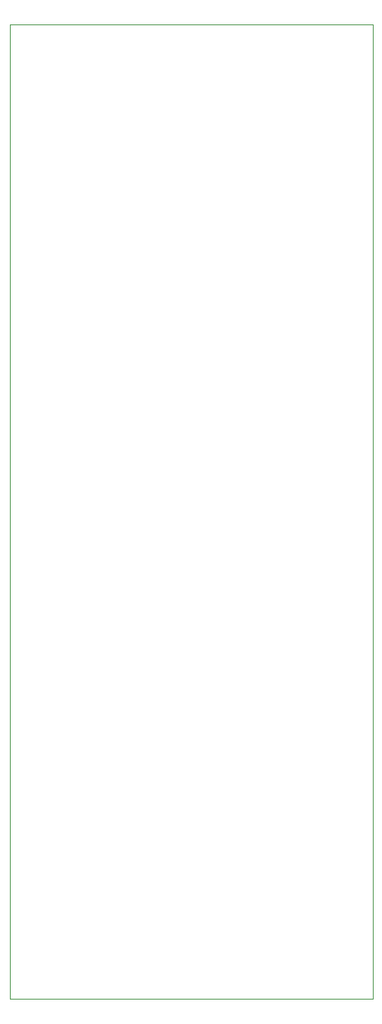
<source format=gm1>
G04 #@! TF.GenerationSoftware,KiCad,Pcbnew,7.0.8*
G04 #@! TF.CreationDate,2024-09-22T21:59:12-04:00*
G04 #@! TF.ProjectId,lichen-bifocals-submodule-power-board,6c696368-656e-42d6-9269-666f63616c73,rev?*
G04 #@! TF.SameCoordinates,Original*
G04 #@! TF.FileFunction,Profile,NP*
%FSLAX46Y46*%
G04 Gerber Fmt 4.6, Leading zero omitted, Abs format (unit mm)*
G04 Created by KiCad (PCBNEW 7.0.8) date 2024-09-22 21:59:12*
%MOMM*%
%LPD*%
G01*
G04 APERTURE LIST*
G04 #@! TA.AperFunction,Profile*
%ADD10C,0.100000*%
G04 #@! TD*
G04 APERTURE END LIST*
D10*
X100000000Y-110250000D02*
X140300000Y-110250000D01*
X140300000Y-218250000D01*
X100000000Y-218250000D01*
X100000000Y-110250000D01*
M02*

</source>
